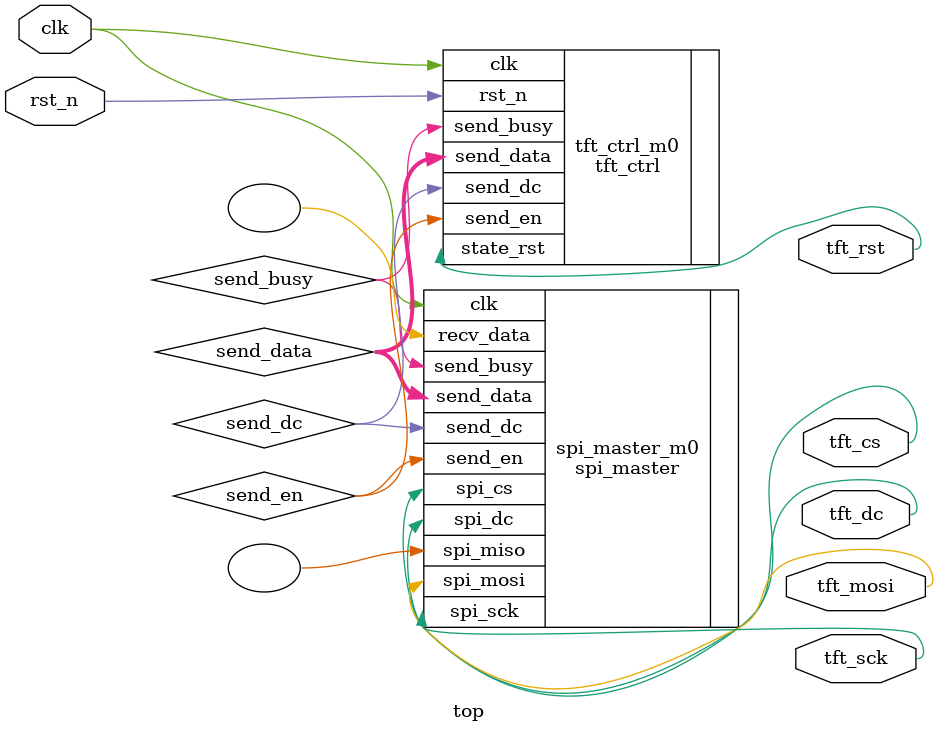
<source format=v>
module top (
	input  clk,    // Clock
	input  rst_n,
	output tft_cs,
	output tft_sck,
	output tft_rst,
	output tft_dc,
	// input  tft_miso, //tft 无返回值
	output tft_mosi
);
parameter 	CLK_FRE = 50; //输入的时钟频率 Mhz
parameter 	SPI_FRE = 200; //SPI SCK工作时钟频率 步进x10Khz

//tft控制机
wire send_busy,send_en,send_dc;
wire [7:0] send_data,recv_data;
tft_ctrl#(
	.CLK_FRE (CLK_FRE	 )
	) tft_ctrl_m0(
	.clk 	  		(clk 		),
	.rst_n 			(rst_n 		),
	.state_rst		(tft_rst 	),

	.send_busy	  	(send_busy 	),
	.send_en   		(send_en 	),
	.send_dc   		(send_dc 	),
	.send_data 		(send_data 	)
	);


//SPI 底层驱动
//1、默认工作在 MODE 0
//2、tft 无返回值
spi_master#(
	.CLK_FRE (CLK_FRE	 ),
	.SPI_FRE (SPI_FRE 	 )
	) spi_master_m0(
	.clk 	  (clk 			),
	.send_busy(send_busy 	),

	.send_en  (send_en 		),
	.send_dc  (send_dc 	 	),
	.send_data(send_data 	),
	.recv_data(  	 	 	),

	.spi_cs   (tft_cs 	 	),
	.spi_dc   (tft_dc  		),
	.spi_sck  (tft_sck 		),
	.spi_miso (  	 		),
	.spi_mosi (tft_mosi 	)
	);

endmodule
</source>
